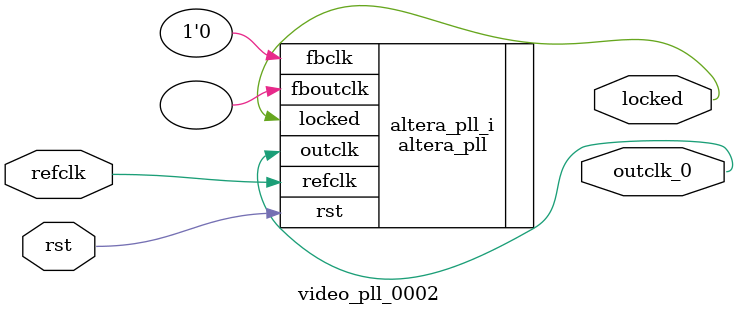
<source format=v>
`timescale 1ns/10ps
module  video_pll_0002(

	// interface 'refclk'
	input wire refclk,

	// interface 'reset'
	input wire rst,

	// interface 'outclk0'
	output wire outclk_0,

	// interface 'locked'
	output wire locked
);

	altera_pll #(
		.fractional_vco_multiplier("false"),
		.reference_clock_frequency("50.0 MHz"),
		.operation_mode("direct"),
		.number_of_clocks(1),
		.output_clock_frequency0("25.125000 MHz"),
		.phase_shift0("0 ps"),
		.duty_cycle0(50),
		.output_clock_frequency1("0 MHz"),
		.phase_shift1("0 ps"),
		.duty_cycle1(50),
		.output_clock_frequency2("0 MHz"),
		.phase_shift2("0 ps"),
		.duty_cycle2(50),
		.output_clock_frequency3("0 MHz"),
		.phase_shift3("0 ps"),
		.duty_cycle3(50),
		.output_clock_frequency4("0 MHz"),
		.phase_shift4("0 ps"),
		.duty_cycle4(50),
		.output_clock_frequency5("0 MHz"),
		.phase_shift5("0 ps"),
		.duty_cycle5(50),
		.output_clock_frequency6("0 MHz"),
		.phase_shift6("0 ps"),
		.duty_cycle6(50),
		.output_clock_frequency7("0 MHz"),
		.phase_shift7("0 ps"),
		.duty_cycle7(50),
		.output_clock_frequency8("0 MHz"),
		.phase_shift8("0 ps"),
		.duty_cycle8(50),
		.output_clock_frequency9("0 MHz"),
		.phase_shift9("0 ps"),
		.duty_cycle9(50),
		.output_clock_frequency10("0 MHz"),
		.phase_shift10("0 ps"),
		.duty_cycle10(50),
		.output_clock_frequency11("0 MHz"),
		.phase_shift11("0 ps"),
		.duty_cycle11(50),
		.output_clock_frequency12("0 MHz"),
		.phase_shift12("0 ps"),
		.duty_cycle12(50),
		.output_clock_frequency13("0 MHz"),
		.phase_shift13("0 ps"),
		.duty_cycle13(50),
		.output_clock_frequency14("0 MHz"),
		.phase_shift14("0 ps"),
		.duty_cycle14(50),
		.output_clock_frequency15("0 MHz"),
		.phase_shift15("0 ps"),
		.duty_cycle15(50),
		.output_clock_frequency16("0 MHz"),
		.phase_shift16("0 ps"),
		.duty_cycle16(50),
		.output_clock_frequency17("0 MHz"),
		.phase_shift17("0 ps"),
		.duty_cycle17(50),
		.pll_type("General"),
		.pll_subtype("General")
	) altera_pll_i (
		.rst	(rst),
		.outclk	({outclk_0}),
		.locked	(locked),
		.fboutclk	( ),
		.fbclk	(1'b0),
		.refclk	(refclk)
	);
endmodule


</source>
